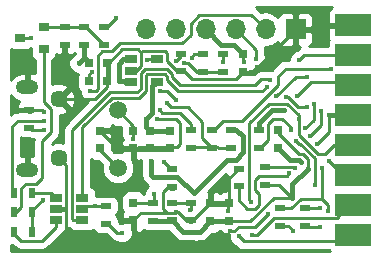
<source format=gbr>
G04 #@! TF.FileFunction,Copper,L2,Bot,Signal*
%FSLAX46Y46*%
G04 Gerber Fmt 4.6, Leading zero omitted, Abs format (unit mm)*
G04 Created by KiCad (PCBNEW 4.0.7) date 11/14/17 20:41:01*
%MOMM*%
%LPD*%
G01*
G04 APERTURE LIST*
%ADD10C,0.100000*%
%ADD11R,0.900000X0.500000*%
%ADD12C,1.450000*%
%ADD13O,1.900000X1.200000*%
%ADD14R,1.700000X1.700000*%
%ADD15O,1.700000X1.700000*%
%ADD16R,0.750000X0.800000*%
%ADD17R,1.060000X0.650000*%
%ADD18R,0.500000X0.900000*%
%ADD19R,0.900000X0.800000*%
%ADD20R,0.800000X0.750000*%
%ADD21C,1.500000*%
%ADD22C,0.453000*%
%ADD23C,0.450000*%
%ADD24C,0.400000*%
%ADD25C,0.250000*%
%ADD26C,0.254000*%
G04 APERTURE END LIST*
D10*
D11*
X133065000Y-112040000D03*
X133065000Y-113540000D03*
X140960000Y-113360000D03*
X140960000Y-111860000D03*
X138720000Y-111970000D03*
X138720000Y-113470000D03*
D12*
X123520200Y-106100000D03*
X123520200Y-111100000D03*
D13*
X120820200Y-105100000D03*
X120820200Y-112100000D03*
D10*
G36*
X149900000Y-98920000D02*
X149900000Y-100720000D01*
X146900000Y-100720000D01*
X146900000Y-98920000D01*
X149900000Y-98920000D01*
X149900000Y-98920000D01*
G37*
G36*
X149900000Y-101460000D02*
X149900000Y-103260000D01*
X146900000Y-103260000D01*
X146900000Y-101460000D01*
X149900000Y-101460000D01*
X149900000Y-101460000D01*
G37*
G36*
X149900000Y-104000000D02*
X149900000Y-105800000D01*
X146900000Y-105800000D01*
X146900000Y-104000000D01*
X149900000Y-104000000D01*
X149900000Y-104000000D01*
G37*
G36*
X149900000Y-106540000D02*
X149900000Y-108340000D01*
X146900000Y-108340000D01*
X146900000Y-106540000D01*
X149900000Y-106540000D01*
X149900000Y-106540000D01*
G37*
G36*
X149900000Y-109080000D02*
X149900000Y-110880000D01*
X146900000Y-110880000D01*
X146900000Y-109080000D01*
X149900000Y-109080000D01*
X149900000Y-109080000D01*
G37*
G36*
X149900000Y-111620000D02*
X149900000Y-113420000D01*
X146900000Y-113420000D01*
X146900000Y-111620000D01*
X149900000Y-111620000D01*
X149900000Y-111620000D01*
G37*
G36*
X149900000Y-114160000D02*
X149900000Y-115960000D01*
X146900000Y-115960000D01*
X146900000Y-114160000D01*
X149900000Y-114160000D01*
X149900000Y-114160000D01*
G37*
G36*
X149900000Y-116700000D02*
X149900000Y-118500000D01*
X146900000Y-118500000D01*
X146900000Y-116700000D01*
X149900000Y-116700000D01*
X149900000Y-116700000D01*
G37*
D14*
X143535400Y-100177600D03*
D15*
X140995400Y-100177600D03*
X138455400Y-100177600D03*
X135915400Y-100177600D03*
X133375400Y-100177600D03*
X130835400Y-100177600D03*
D11*
X135670000Y-103800000D03*
X135670000Y-102300000D03*
X134721600Y-110190000D03*
X134721600Y-108690000D03*
D16*
X136320000Y-114920000D03*
X136320000Y-116420000D03*
X142062200Y-110190000D03*
X142062200Y-108690000D03*
X139100000Y-103800000D03*
X139100000Y-102300000D03*
X132892800Y-110249400D03*
X132892800Y-108749400D03*
D11*
X127470000Y-116650000D03*
X127470000Y-115150000D03*
X144380912Y-115296150D03*
X144380912Y-116796150D03*
X142223600Y-116827000D03*
X142223600Y-115327000D03*
D17*
X123270000Y-116320000D03*
X123270000Y-115370000D03*
X123270000Y-114420000D03*
X125470000Y-114420000D03*
X125470000Y-116320000D03*
X125470000Y-115370000D03*
D11*
X137390000Y-102300000D03*
X137390000Y-103800000D03*
X136448800Y-108690000D03*
X136448800Y-110190000D03*
X138099800Y-110190000D03*
X138099800Y-108690000D03*
X140430000Y-108690000D03*
X140430000Y-110190000D03*
X127336200Y-99963400D03*
X127336200Y-101463400D03*
X133870000Y-102230000D03*
X133870000Y-103730000D03*
X123983400Y-101463400D03*
X123983400Y-99963400D03*
X125659800Y-99963400D03*
X125659800Y-101463400D03*
X121005600Y-107008800D03*
X121005600Y-108508800D03*
D18*
X119740600Y-115649200D03*
X121240600Y-115649200D03*
X121216600Y-114023600D03*
X119716600Y-114023600D03*
X119740600Y-117325600D03*
X121240600Y-117325600D03*
D11*
X133065000Y-114860400D03*
X133065000Y-116360400D03*
X134665200Y-114860400D03*
X134665200Y-116360400D03*
X131490200Y-114885800D03*
X131490200Y-116385800D03*
D19*
X122200000Y-99950000D03*
X122200000Y-101850000D03*
X120200000Y-100900000D03*
D16*
X131190000Y-110260000D03*
X131190000Y-108760000D03*
D20*
X127592600Y-102987600D03*
X126092600Y-102987600D03*
D16*
X129810000Y-108750000D03*
X129810000Y-110250000D03*
X126950000Y-110260000D03*
X126950000Y-108760000D03*
X129813800Y-116360400D03*
X129813800Y-114860400D03*
X137940000Y-114920000D03*
X137940000Y-116420000D03*
D21*
X128498600Y-111912400D03*
X128498600Y-107032400D03*
D20*
X127592600Y-104587800D03*
X126092600Y-104587800D03*
D17*
X129580000Y-104630000D03*
X129580000Y-103680000D03*
X129580000Y-102730000D03*
X131780000Y-102730000D03*
X131780000Y-104630000D03*
D22*
X131290000Y-111320000D03*
X144605679Y-111968491D03*
D23*
X145363428Y-109866556D03*
X143258924Y-114443176D03*
X146370000Y-107430000D03*
D22*
X139166600Y-102973463D03*
X121100000Y-100900000D03*
X135077200Y-117297200D03*
X130860800Y-107797600D03*
X126517400Y-115163600D03*
X134899400Y-114046000D03*
X128574800Y-104571800D03*
X125170000Y-103060000D03*
D23*
X143290000Y-117220000D03*
D22*
X145567400Y-115316000D03*
X122140000Y-114610000D03*
D23*
X144515474Y-106738838D03*
D22*
X142748000Y-105867200D03*
D23*
X145687089Y-107132622D03*
D22*
X143564544Y-109625456D03*
X144739500Y-109193326D03*
X143870000Y-102740000D03*
X145190000Y-113360000D03*
X146340000Y-111350000D03*
D23*
X139825238Y-117579991D03*
X138730000Y-117699991D03*
X145125067Y-106513204D03*
D22*
X144538745Y-104188039D03*
X145580000Y-116920000D03*
X146260000Y-115570000D03*
X145750000Y-111890000D03*
X144380002Y-108570000D03*
D23*
X141878669Y-105861469D03*
D22*
X141401731Y-104474250D03*
X141086874Y-105059212D03*
X128300000Y-99200000D03*
X143120000Y-108700000D03*
D23*
X132673969Y-106424991D03*
X134086600Y-103054981D03*
X132043964Y-107022340D03*
X134747000Y-102607209D03*
X134611209Y-115491203D03*
D22*
X146499053Y-103514621D03*
X137414000Y-102971600D03*
X140206389Y-102701509D03*
D23*
X139807856Y-114789995D03*
D22*
X143810000Y-107740000D03*
X143675000Y-105800000D03*
D23*
X142594249Y-107014533D03*
X126110000Y-105387811D03*
D22*
X131590000Y-114110000D03*
X124140000Y-117580000D03*
X138020000Y-117290000D03*
X141210000Y-115830002D03*
X137790000Y-115593499D03*
X143988012Y-111400000D03*
X140248975Y-103359202D03*
X131826000Y-107772200D03*
D23*
X133451600Y-115685389D03*
X122264001Y-107175633D03*
X129760000Y-109424989D03*
X126267591Y-103792480D03*
X130985009Y-102812552D03*
X122238065Y-107979401D03*
D22*
X122200000Y-108700000D03*
D23*
X133409607Y-106152400D03*
D22*
X132062414Y-105407999D03*
X133451600Y-102844600D03*
X128879600Y-117424200D03*
X143020099Y-112350008D03*
X143500000Y-111890000D03*
X132390000Y-111450000D03*
D24*
X131290000Y-112520001D02*
X131290000Y-111320000D01*
X131459999Y-112690000D02*
X131290000Y-112520001D01*
X133543400Y-112690000D02*
X131459999Y-112690000D01*
X134899400Y-114046000D02*
X133543400Y-112690000D01*
D25*
X139703778Y-116420000D02*
X137940000Y-116420000D01*
X143258924Y-114443176D02*
X141680602Y-114443176D01*
X141680602Y-114443176D02*
X139703778Y-116420000D01*
X140960000Y-113360000D02*
X142175748Y-113360000D01*
X142175748Y-113360000D02*
X143258924Y-114443176D01*
X144184711Y-110738490D02*
X144605679Y-111159458D01*
D24*
X143258924Y-114443176D02*
X143258924Y-113315246D01*
X143258924Y-113315246D02*
X144605679Y-111968491D01*
D25*
X143848187Y-110738490D02*
X144184711Y-110738490D01*
X142062200Y-108750000D02*
X142062200Y-108952503D01*
X142062200Y-108952503D02*
X143848187Y-110738490D01*
X144605679Y-111159458D02*
X144605679Y-111968491D01*
X146370000Y-108859984D02*
X145363428Y-109866556D01*
X146370000Y-107430000D02*
X146370000Y-108859984D01*
D24*
X146380000Y-107440000D02*
X146370000Y-107430000D01*
X148400000Y-107440000D02*
X146380000Y-107440000D01*
X138535200Y-108685200D02*
X139100000Y-109250000D01*
X138099800Y-108685200D02*
X138535200Y-108685200D01*
X137745400Y-111200000D02*
X134899400Y-114046000D01*
X139100000Y-109250000D02*
X139100000Y-110605001D01*
X139100000Y-110605001D02*
X138505001Y-111200000D01*
X138505001Y-111200000D02*
X137745400Y-111200000D01*
X131410020Y-107248380D02*
X130860800Y-107797600D01*
X131410020Y-104999980D02*
X131410020Y-107248380D01*
X131780000Y-104630000D02*
X131410020Y-104999980D01*
X136320000Y-116420000D02*
X137940000Y-116420000D01*
X135077200Y-117297200D02*
X135442800Y-117297200D01*
X135442800Y-117297200D02*
X136320000Y-116420000D01*
X133065000Y-116360400D02*
X134001800Y-117297200D01*
X134001800Y-117297200D02*
X135077200Y-117297200D01*
X131490200Y-116385800D02*
X133039600Y-116385800D01*
X133039600Y-116385800D02*
X133065000Y-116360400D01*
X139100000Y-102300000D02*
X139100000Y-102275000D01*
X137237800Y-101500000D02*
X135915400Y-100177600D01*
X139100000Y-102275000D02*
X138325000Y-101500000D01*
X138325000Y-101500000D02*
X137237800Y-101500000D01*
X131190000Y-108760000D02*
X132882200Y-108760000D01*
X132882200Y-108760000D02*
X132892800Y-108749400D01*
X130860800Y-107797600D02*
X130860800Y-108430800D01*
X130860800Y-108430800D02*
X131190000Y-108760000D01*
D25*
X139100000Y-102300000D02*
X139100000Y-102950000D01*
X139100000Y-102950000D02*
X139123463Y-102973463D01*
X139123463Y-102973463D02*
X139166600Y-102973463D01*
X121100000Y-100900000D02*
X120200000Y-100900000D01*
X126517400Y-115163600D02*
X125676400Y-115163600D01*
X125676400Y-115163600D02*
X125470000Y-115370000D01*
X127470000Y-115150000D02*
X126531000Y-115150000D01*
X126531000Y-115150000D02*
X126517400Y-115163600D01*
D24*
X125170000Y-103060000D02*
X125659800Y-102570200D01*
X125659800Y-102570200D02*
X125659800Y-102554800D01*
X125659800Y-101463400D02*
X125659800Y-102554800D01*
X125659800Y-102554800D02*
X126092600Y-102987600D01*
X128574800Y-104571800D02*
X128574800Y-103110199D01*
X128954999Y-102730000D02*
X129580000Y-102730000D01*
X128574800Y-103110199D02*
X128954999Y-102730000D01*
X128574800Y-104571800D02*
X129521800Y-104571800D01*
X129521800Y-104571800D02*
X129580000Y-104630000D01*
X129580000Y-104630000D02*
X129268000Y-104630000D01*
X129268000Y-104630000D02*
X129260600Y-104622600D01*
X129260600Y-104622600D02*
X129082800Y-104622600D01*
D25*
X143290000Y-117193400D02*
X143290000Y-117220000D01*
X142923600Y-116827000D02*
X143290000Y-117193400D01*
X142223600Y-116827000D02*
X142923600Y-116827000D01*
X144400762Y-115316000D02*
X144380912Y-115296150D01*
X145567400Y-115316000D02*
X144400762Y-115316000D01*
X144327112Y-115242350D02*
X144380912Y-115296150D01*
X121240600Y-115649200D02*
X121240600Y-115509400D01*
X121240600Y-115509400D02*
X122140000Y-114610000D01*
X121240600Y-115649200D02*
X121240600Y-117325600D01*
X143761684Y-106738838D02*
X144515474Y-106738838D01*
X142748000Y-105867200D02*
X142890046Y-105867200D01*
X142890046Y-105867200D02*
X143761684Y-106738838D01*
X145687089Y-108245737D02*
X145687089Y-107132622D01*
X144739500Y-109193326D02*
X145687089Y-108245737D01*
X143934586Y-109851955D02*
X143791043Y-109851955D01*
X145190000Y-113360000D02*
X145190000Y-111107369D01*
X143791043Y-109851955D02*
X143564544Y-109625456D01*
X145190000Y-111107369D02*
X143934586Y-109851955D01*
X144250000Y-102360000D02*
X143870000Y-102740000D01*
X148400000Y-102360000D02*
X144250000Y-102360000D01*
X148348700Y-102124601D02*
X148190723Y-102124601D01*
X148337800Y-102297800D02*
X148400000Y-102360000D01*
X147285000Y-112295000D02*
X146340000Y-111350000D01*
X148350000Y-112295000D02*
X147285000Y-112295000D01*
X141715614Y-116175000D02*
X140310623Y-117579991D01*
X140310623Y-117579991D02*
X139825238Y-117579991D01*
X147010000Y-116175000D02*
X141715614Y-116175000D01*
X148350000Y-114835000D02*
X147010000Y-116175000D01*
X147595000Y-118130000D02*
X139160009Y-118130000D01*
X139160009Y-118130000D02*
X138730000Y-117699991D01*
X148350000Y-117375000D02*
X147595000Y-118130000D01*
X122200000Y-99950000D02*
X123970000Y-99950000D01*
X123970000Y-99950000D02*
X123983400Y-99963400D01*
X123983400Y-99963400D02*
X125659800Y-99963400D01*
X125659800Y-99963400D02*
X125836200Y-99963400D01*
X125836200Y-99963400D02*
X127336200Y-101463400D01*
X122200000Y-101850000D02*
X122200000Y-106333801D01*
X122200000Y-106333801D02*
X122825600Y-106959401D01*
X122825600Y-106959401D02*
X122825600Y-108888401D01*
X122095209Y-109618792D02*
X122095209Y-112754791D01*
X121601400Y-113248600D02*
X120706599Y-113248600D01*
X122825600Y-108888401D02*
X122095209Y-109618792D01*
X122095209Y-112754791D02*
X121601400Y-113248600D01*
X120325000Y-113630199D02*
X120325000Y-115225000D01*
X120706599Y-113248600D02*
X120325000Y-113630199D01*
X120325000Y-115225000D02*
X119900800Y-115649200D01*
X119900800Y-115649200D02*
X119740600Y-115649200D01*
X145125067Y-107824935D02*
X145125067Y-106513204D01*
X144380002Y-108570000D02*
X145125067Y-107824935D01*
X143552099Y-104188039D02*
X144538745Y-104188039D01*
X141878669Y-105861469D02*
X143552099Y-104188039D01*
X143165613Y-115327000D02*
X143972613Y-114520000D01*
X143972613Y-114520000D02*
X145750000Y-114520000D01*
X145580000Y-116920000D02*
X144504762Y-116920000D01*
X144504762Y-116920000D02*
X144380912Y-116796150D01*
X145750000Y-114520000D02*
X146260000Y-115030000D01*
X146260000Y-115030000D02*
X146260000Y-115570000D01*
X145750000Y-111890000D02*
X145750000Y-114520000D01*
X142223600Y-115327000D02*
X143165613Y-115327000D01*
X142233600Y-115337000D02*
X142223600Y-115327000D01*
X125470000Y-116320000D02*
X124690000Y-116320000D01*
X127805831Y-105507390D02*
X130133002Y-105507390D01*
X133095000Y-104240001D02*
X133756999Y-104902000D01*
X140131800Y-104902000D02*
X140611116Y-104422684D01*
X141350165Y-104422684D02*
X141401731Y-104474250D01*
X124690000Y-116320000D02*
X124615000Y-116245000D01*
X130435001Y-103898588D02*
X130803599Y-103529990D01*
X124615000Y-116245000D02*
X124615000Y-108698221D01*
X124615000Y-108698221D02*
X127805831Y-105507390D01*
X130133002Y-105507390D02*
X130435000Y-105205392D01*
X130435000Y-105205392D02*
X130435001Y-103898588D01*
X130803599Y-103529990D02*
X132635779Y-103529991D01*
X132635779Y-103529991D02*
X133095000Y-103989211D01*
X133095000Y-103989211D02*
X133095000Y-104240001D01*
X133756999Y-104902000D02*
X140131800Y-104902000D01*
X140611116Y-104422684D02*
X141350165Y-104422684D01*
X125470000Y-114420000D02*
X125470000Y-108479631D01*
X125470000Y-108479631D02*
X127992231Y-105957400D01*
X130319403Y-105957399D02*
X130885010Y-105391792D01*
X132449378Y-103980000D02*
X132644990Y-104175612D01*
X133628589Y-105410000D02*
X140736086Y-105410000D01*
X127992231Y-105957400D02*
X130319403Y-105957399D01*
X130885010Y-105391792D02*
X130885010Y-104084989D01*
X130885010Y-104084989D02*
X130989999Y-103980000D01*
X130989999Y-103980000D02*
X132449378Y-103980000D01*
X132644990Y-104175612D02*
X132644991Y-104426402D01*
X132644991Y-104426402D02*
X133628589Y-105410000D01*
X140736086Y-105410000D02*
X141086874Y-105059212D01*
X128299600Y-99200000D02*
X128300000Y-99200000D01*
X127536200Y-99963400D02*
X128299600Y-99200000D01*
X127336200Y-99963400D02*
X127536200Y-99963400D01*
X142422201Y-107750000D02*
X143120000Y-108447799D01*
X141636720Y-107750000D02*
X142422201Y-107750000D01*
X143120000Y-108447799D02*
X143120000Y-108700000D01*
X141230000Y-108156720D02*
X141636720Y-107750000D01*
X140436600Y-110147800D02*
X140636600Y-110147800D01*
X141230000Y-109554400D02*
X141230000Y-108156720D01*
X140636600Y-110147800D02*
X141230000Y-109554400D01*
X136989400Y-110180400D02*
X136400400Y-110180400D01*
X136400400Y-110180400D02*
X135620000Y-109400000D01*
X135620000Y-109400000D02*
X135620000Y-107992810D01*
X135620000Y-107992810D02*
X134402200Y-106775010D01*
X134402200Y-106775010D02*
X133023988Y-106775010D01*
X133023988Y-106775010D02*
X132673969Y-106424991D01*
X136989400Y-110180400D02*
X136994200Y-110185200D01*
X136994200Y-110185200D02*
X138099800Y-110185200D01*
X136989400Y-110180400D02*
X134726400Y-110180400D01*
X134726400Y-110180400D02*
X134721600Y-110185200D01*
X135670000Y-103800000D02*
X135169000Y-103800000D01*
X135169000Y-103800000D02*
X134423981Y-103054981D01*
X134423981Y-103054981D02*
X134086600Y-103054981D01*
X135670000Y-103800000D02*
X137390000Y-103800000D01*
X134721600Y-108185200D02*
X134721600Y-108685200D01*
X132268963Y-107247339D02*
X133783739Y-107247339D01*
X133783739Y-107247339D02*
X134721600Y-108185200D01*
X132043964Y-107022340D02*
X132268963Y-107247339D01*
X134970000Y-102300000D02*
X134747000Y-102523000D01*
X135670000Y-102300000D02*
X134970000Y-102300000D01*
X134747000Y-102523000D02*
X134747000Y-102607209D01*
X134665200Y-115437212D02*
X134611209Y-115491203D01*
X134665200Y-114860400D02*
X134665200Y-115437212D01*
X133065000Y-114860400D02*
X134665200Y-114860400D01*
X146499053Y-103514621D02*
X142695379Y-103514621D01*
X139030800Y-107899200D02*
X137434800Y-107899200D01*
X142695379Y-103514621D02*
X142080000Y-104130000D01*
X142080000Y-104130000D02*
X142080000Y-104850000D01*
X142080000Y-104850000D02*
X139030800Y-107899200D01*
X137434800Y-107899200D02*
X136648800Y-108685200D01*
X136648800Y-108685200D02*
X136448800Y-108685200D01*
X137390000Y-102947600D02*
X137414000Y-102971600D01*
X137390000Y-102300000D02*
X137390000Y-102947600D01*
X140206389Y-101928589D02*
X140206389Y-102701509D01*
X138455400Y-100177600D02*
X140206389Y-101928589D01*
X143810000Y-109090959D02*
X143810000Y-107740000D01*
X148400000Y-109980000D02*
X146800000Y-109980000D01*
X146017522Y-110762478D02*
X145481519Y-110762478D01*
X146800000Y-109980000D02*
X146017522Y-110762478D01*
X145481519Y-110762478D02*
X143810000Y-109090959D01*
X143810000Y-107740000D02*
X143820000Y-107730000D01*
X139640000Y-108135048D02*
X139640000Y-114640000D01*
X143820000Y-107730000D02*
X143820000Y-107439681D01*
X143820000Y-107439681D02*
X142841648Y-106461329D01*
X139789995Y-114789995D02*
X139807856Y-114789995D01*
X142841648Y-106461329D02*
X141313719Y-106461329D01*
X141313719Y-106461329D02*
X139640000Y-108135048D01*
X139640000Y-114640000D02*
X139789995Y-114789995D01*
X148348700Y-104664601D02*
X148334099Y-104650000D01*
X148334099Y-104650000D02*
X144840000Y-104650000D01*
X144840000Y-104650000D02*
X143690000Y-105800000D01*
X143690000Y-105800000D02*
X143675000Y-105800000D01*
D24*
X140436600Y-108647800D02*
X140436600Y-108080924D01*
X140436600Y-108080924D02*
X141502991Y-107014533D01*
X141502991Y-107014533D02*
X142594249Y-107014533D01*
D25*
X126110000Y-105387811D02*
X126652590Y-105387811D01*
X133939401Y-101352600D02*
X134645400Y-100646601D01*
X135414000Y-99002600D02*
X135432800Y-98983800D01*
X126652590Y-105387811D02*
X126817600Y-105222801D01*
X135351399Y-99002600D02*
X135414000Y-99002600D01*
X126817600Y-105222801D02*
X126817600Y-102402599D01*
X135432800Y-98983800D02*
X139801600Y-98983800D01*
X126817600Y-102402599D02*
X127181799Y-102038400D01*
X139801600Y-98983800D02*
X140995400Y-100177600D01*
X127181799Y-102038400D02*
X127958600Y-102038400D01*
X134645400Y-100646601D02*
X134645400Y-99708599D01*
X127958600Y-102038400D02*
X128644400Y-101352600D01*
X128644400Y-101352600D02*
X133939401Y-101352600D01*
X134645400Y-99708599D02*
X135351399Y-99002600D01*
X131590000Y-114110000D02*
X131590000Y-114786000D01*
X131590000Y-114786000D02*
X131490200Y-114885800D01*
X129813800Y-114860400D02*
X131464800Y-114860400D01*
X131464800Y-114860400D02*
X131490200Y-114885800D01*
X124140000Y-115460000D02*
X124140000Y-117580000D01*
X124050000Y-115370000D02*
X124140000Y-115460000D01*
X141210000Y-115830002D02*
X140120002Y-116920000D01*
X140120002Y-116920000D02*
X138710319Y-116920000D01*
X138710319Y-116920000D02*
X138340319Y-117290000D01*
X138340319Y-117290000D02*
X138020000Y-117290000D01*
X140248975Y-103359202D02*
X140360798Y-103359202D01*
X143510000Y-100210000D02*
X143510000Y-100152200D01*
X140360798Y-103359202D02*
X143510000Y-100210000D01*
X143510000Y-100152200D02*
X143535400Y-100177600D01*
X132280000Y-115360401D02*
X132280000Y-113970000D01*
X132280000Y-113970000D02*
X132710000Y-113540000D01*
X132710000Y-113540000D02*
X133065000Y-113540000D01*
X132730000Y-113540000D02*
X133065000Y-113540000D01*
X132920000Y-113540000D02*
X132720000Y-113540000D01*
X132629999Y-115710400D02*
X133220000Y-115710400D01*
X132280000Y-115360401D02*
X132629999Y-115710400D01*
X130438800Y-115710400D02*
X133220000Y-115710400D01*
X133220000Y-115710400D02*
X133426589Y-115710400D01*
X137790000Y-115593499D02*
X137790000Y-115070000D01*
X137790000Y-115070000D02*
X137940000Y-114920000D01*
X138720000Y-111970000D02*
X138720000Y-111990000D01*
X138720000Y-111990000D02*
X137940000Y-112770000D01*
X137940000Y-112770000D02*
X137940000Y-114920000D01*
D24*
X142062200Y-110250000D02*
X143075700Y-111263500D01*
X143075700Y-111263500D02*
X143851512Y-111263500D01*
X143851512Y-111263500D02*
X143988012Y-111400000D01*
D25*
X122264001Y-107175633D02*
X122113368Y-107025000D01*
X122113368Y-107025000D02*
X121021800Y-107025000D01*
X121021800Y-107025000D02*
X121005600Y-107008800D01*
X124050000Y-115370000D02*
X124125000Y-115295000D01*
X124125000Y-115295000D02*
X124125000Y-111675000D01*
X124125000Y-111675000D02*
X123550000Y-111100000D01*
X123550000Y-111100000D02*
X123520200Y-111100000D01*
D24*
X123270000Y-115370000D02*
X124050000Y-115370000D01*
D25*
X139100000Y-103800000D02*
X139825000Y-103800000D01*
X139825000Y-103800000D02*
X140250000Y-103375000D01*
X140250000Y-103375000D02*
X140248975Y-103373975D01*
X140248975Y-103373975D02*
X140248975Y-103359202D01*
D24*
X148224200Y-99644200D02*
X148400000Y-99820000D01*
D25*
X133870000Y-103730000D02*
X134057600Y-103730000D01*
X134057600Y-103730000D02*
X134747000Y-104419400D01*
X134747000Y-104419400D02*
X138480800Y-104419400D01*
X138480800Y-104419400D02*
X139100000Y-103800200D01*
X139100000Y-103800200D02*
X139100000Y-103800000D01*
X123520200Y-106100000D02*
X123524400Y-106095800D01*
X123524400Y-106095800D02*
X126581011Y-106095800D01*
X126581011Y-106095800D02*
X127592600Y-105084211D01*
X127592600Y-105084211D02*
X127592600Y-104587800D01*
X130435000Y-102144999D02*
X130548199Y-102031800D01*
X131190000Y-110260000D02*
X131269600Y-110180400D01*
X133731000Y-109908600D02*
X133731000Y-108077000D01*
X131269600Y-110180400D02*
X133484200Y-110180400D01*
X133484200Y-110180400D02*
X133484200Y-110155400D01*
X133426200Y-107772200D02*
X131826000Y-107772200D01*
X133484200Y-110155400D02*
X133731000Y-109908600D01*
X133731000Y-108077000D02*
X133426200Y-107772200D01*
X130017179Y-103680000D02*
X130435000Y-103262179D01*
X130435000Y-103262179D02*
X130435000Y-102144999D01*
X129580000Y-103680000D02*
X130017179Y-103680000D01*
X133472198Y-103730000D02*
X132635000Y-102892802D01*
X132635000Y-102144999D02*
X132521801Y-102031800D01*
X132635000Y-102892802D02*
X132635000Y-102144999D01*
X132521801Y-102031800D02*
X130548199Y-102031800D01*
X133870000Y-103730000D02*
X133472198Y-103730000D01*
X134665200Y-116360400D02*
X134292800Y-116360400D01*
X134292800Y-116360400D02*
X133617789Y-115685389D01*
X133617789Y-115685389D02*
X133451600Y-115685389D01*
X129813800Y-116335400D02*
X130438800Y-115710400D01*
X129813800Y-116360400D02*
X129813800Y-116335400D01*
X133426589Y-115710400D02*
X133451600Y-115685389D01*
X148300800Y-99644200D02*
X148350000Y-99595000D01*
X127733411Y-102987600D02*
X127592600Y-102987600D01*
X128841611Y-101879400D02*
X127733411Y-102987600D01*
X130435000Y-102144999D02*
X130169401Y-101879400D01*
X130169401Y-101879400D02*
X128841611Y-101879400D01*
X127592600Y-102987600D02*
X127592600Y-104587800D01*
X129810000Y-110250000D02*
X128415000Y-110250000D01*
X128415000Y-110250000D02*
X126950000Y-108785000D01*
X126950000Y-108785000D02*
X126950000Y-108760000D01*
X131190000Y-110260000D02*
X129820000Y-110260000D01*
X129820000Y-110260000D02*
X129810000Y-110250000D01*
X136320000Y-114920000D02*
X137940000Y-114920000D01*
X134665200Y-116360400D02*
X134879600Y-116360400D01*
X134879600Y-116360400D02*
X136320000Y-114920000D01*
X126950000Y-110260000D02*
X126950000Y-110363800D01*
X126950000Y-110363800D02*
X128498600Y-111912400D01*
X129810000Y-108750000D02*
X129810000Y-108343800D01*
X129810000Y-108343800D02*
X128498600Y-107032400D01*
X129760000Y-109424989D02*
X129760000Y-108800000D01*
X129760000Y-108800000D02*
X129810000Y-108750000D01*
X126262920Y-103792480D02*
X126267591Y-103792480D01*
X126092600Y-104587800D02*
X126092600Y-103962800D01*
X126092600Y-103962800D02*
X126262920Y-103792480D01*
X130985009Y-102744991D02*
X130985009Y-102812552D01*
X131780000Y-102730000D02*
X131000000Y-102730000D01*
X131000000Y-102730000D02*
X130985009Y-102744991D01*
X119716600Y-114023600D02*
X119716600Y-113823600D01*
X119716600Y-113823600D02*
X119510000Y-113617000D01*
X119510000Y-108400000D02*
X120010000Y-107900000D01*
X119510000Y-113617000D02*
X119510000Y-108400000D01*
X120010000Y-107900000D02*
X122158664Y-107900000D01*
X122158664Y-107900000D02*
X122238065Y-107979401D01*
X122200000Y-108700000D02*
X121196800Y-108700000D01*
X121196800Y-108700000D02*
X121005600Y-108508800D01*
X119740600Y-117325600D02*
X119740600Y-117525600D01*
X119740600Y-117525600D02*
X120315600Y-118100600D01*
X120315600Y-118100600D02*
X122064400Y-118100600D01*
X122064400Y-118100600D02*
X123270000Y-116895000D01*
X123270000Y-116895000D02*
X123270000Y-116320000D01*
X121216600Y-114023600D02*
X122873600Y-114023600D01*
X122873600Y-114023600D02*
X123270000Y-114420000D01*
X132665206Y-105407999D02*
X133409607Y-106152400D01*
X132062414Y-105407999D02*
X132665206Y-105407999D01*
X133870000Y-102426200D02*
X133451600Y-102844600D01*
X133870000Y-102230000D02*
X133870000Y-102426200D01*
X128444200Y-117424200D02*
X128879600Y-117424200D01*
X127670000Y-116650000D02*
X128444200Y-117424200D01*
X127470000Y-116650000D02*
X127670000Y-116650000D01*
X139420401Y-115349990D02*
X138720000Y-114649589D01*
X140448878Y-114088878D02*
X140448878Y-115038490D01*
X140137378Y-115349990D02*
X139420401Y-115349990D01*
X140448878Y-115038490D02*
X140137378Y-115349990D01*
X138720000Y-114649589D02*
X138720000Y-113470000D01*
X140458492Y-112576507D02*
X140130000Y-112904999D01*
X142793600Y-112576507D02*
X140458492Y-112576507D01*
X140130000Y-113770000D02*
X140448878Y-114088878D01*
X143020099Y-112350008D02*
X142793600Y-112576507D01*
X140130000Y-112904999D02*
X140130000Y-113770000D01*
X141721500Y-111798500D02*
X143408500Y-111798500D01*
X141660000Y-111860000D02*
X141721500Y-111798500D01*
X140960000Y-111860000D02*
X141660000Y-111860000D01*
X143408500Y-111798500D02*
X143500000Y-111890000D01*
X133065000Y-112040000D02*
X132980000Y-112040000D01*
X132980000Y-112040000D02*
X132390000Y-111450000D01*
X132920000Y-112040000D02*
X132920000Y-111980000D01*
X132920000Y-111980000D02*
X132390000Y-111450000D01*
D26*
G36*
X128221898Y-108417159D02*
X128772885Y-108417640D01*
X128787560Y-108411576D01*
X128787560Y-109150000D01*
X128831838Y-109385317D01*
X128898329Y-109488646D01*
X128896673Y-109490302D01*
X128800000Y-109723691D01*
X128800000Y-109964250D01*
X128958750Y-110123000D01*
X129241631Y-110123000D01*
X129272213Y-110153636D01*
X129588185Y-110284839D01*
X129930314Y-110285138D01*
X130246514Y-110154486D01*
X130278055Y-110123000D01*
X130328750Y-110123000D01*
X130338750Y-110133000D01*
X131063000Y-110133000D01*
X131063000Y-110113000D01*
X131317000Y-110113000D01*
X131317000Y-110133000D01*
X132041250Y-110133000D01*
X132051850Y-110122400D01*
X132765800Y-110122400D01*
X132765800Y-110102400D01*
X133019800Y-110102400D01*
X133019800Y-110122400D01*
X133039800Y-110122400D01*
X133039800Y-110376400D01*
X133019800Y-110376400D01*
X133019800Y-110396400D01*
X132765800Y-110396400D01*
X132765800Y-110376400D01*
X132041550Y-110376400D01*
X132030950Y-110387000D01*
X131317000Y-110387000D01*
X131317000Y-110407000D01*
X131063000Y-110407000D01*
X131063000Y-110387000D01*
X130671250Y-110387000D01*
X130661250Y-110377000D01*
X129937000Y-110377000D01*
X129937000Y-111126250D01*
X130095750Y-111285000D01*
X130311310Y-111285000D01*
X130428573Y-111236428D01*
X130428351Y-111490611D01*
X130455000Y-111555107D01*
X130455000Y-112520001D01*
X130518561Y-112839542D01*
X130668272Y-113063600D01*
X130699566Y-113110435D01*
X130869565Y-113280434D01*
X131068470Y-113413338D01*
X130860082Y-113621362D01*
X130728650Y-113937885D01*
X130728524Y-114081773D01*
X130708172Y-114094870D01*
X130652890Y-114008959D01*
X130440690Y-113863969D01*
X130188800Y-113812960D01*
X129438800Y-113812960D01*
X129203483Y-113857238D01*
X128987359Y-113996310D01*
X128842369Y-114208510D01*
X128791360Y-114460400D01*
X128791360Y-115260400D01*
X128835638Y-115495717D01*
X128902129Y-115599046D01*
X128900473Y-115600702D01*
X128803800Y-115834091D01*
X128803800Y-116074650D01*
X128962550Y-116233400D01*
X129686800Y-116233400D01*
X129686800Y-116213400D01*
X129940800Y-116213400D01*
X129940800Y-116233400D01*
X129960800Y-116233400D01*
X129960800Y-116487400D01*
X129940800Y-116487400D01*
X129940800Y-117236650D01*
X130099550Y-117395400D01*
X130315110Y-117395400D01*
X130548499Y-117298727D01*
X130685346Y-117161879D01*
X130788310Y-117232231D01*
X131040200Y-117283240D01*
X131940200Y-117283240D01*
X132175517Y-117238962D01*
X132203742Y-117220800D01*
X132432091Y-117220800D01*
X132615000Y-117257840D01*
X132781572Y-117257840D01*
X133411366Y-117887634D01*
X133682259Y-118068639D01*
X134001800Y-118132200D01*
X134841627Y-118132200D01*
X134905085Y-118158550D01*
X135247811Y-118158849D01*
X135312307Y-118132200D01*
X135442800Y-118132200D01*
X135762341Y-118068639D01*
X136033234Y-117887634D01*
X136453428Y-117467440D01*
X136695000Y-117467440D01*
X136930317Y-117423162D01*
X137132527Y-117293044D01*
X137313110Y-117416431D01*
X137565000Y-117467440D01*
X137895370Y-117467440D01*
X137870150Y-117528176D01*
X137869851Y-117870305D01*
X138000503Y-118186505D01*
X138242213Y-118428638D01*
X138484417Y-118529210D01*
X138622608Y-118667401D01*
X138869170Y-118832148D01*
X139160009Y-118890000D01*
X146396374Y-118890000D01*
X146435910Y-118951441D01*
X146467463Y-118973000D01*
X119410000Y-118973000D01*
X119410000Y-118406718D01*
X119490600Y-118423040D01*
X119563238Y-118423040D01*
X119778199Y-118638001D01*
X120024761Y-118802748D01*
X120315600Y-118860600D01*
X122064400Y-118860600D01*
X122355239Y-118802748D01*
X122601801Y-118638001D01*
X123807401Y-117432401D01*
X123915433Y-117270720D01*
X124035317Y-117248162D01*
X124251441Y-117109090D01*
X124338528Y-116981634D01*
X124399161Y-117022148D01*
X124432352Y-117028750D01*
X124475910Y-117096441D01*
X124688110Y-117241431D01*
X124940000Y-117292440D01*
X126000000Y-117292440D01*
X126235317Y-117248162D01*
X126416173Y-117131784D01*
X126416838Y-117135317D01*
X126555910Y-117351441D01*
X126768110Y-117496431D01*
X127020000Y-117547440D01*
X127492638Y-117547440D01*
X127906799Y-117961601D01*
X128153361Y-118126348D01*
X128444200Y-118184200D01*
X128463407Y-118184200D01*
X128707485Y-118285550D01*
X129050211Y-118285849D01*
X129366963Y-118154970D01*
X129609518Y-117912838D01*
X129740950Y-117596315D01*
X129741249Y-117253589D01*
X129686800Y-117121812D01*
X129686800Y-116487400D01*
X128962550Y-116487400D01*
X128887243Y-116562707D01*
X128708989Y-116562551D01*
X128672450Y-116577648D01*
X128567440Y-116472638D01*
X128567440Y-116400000D01*
X128523162Y-116164683D01*
X128384090Y-115948559D01*
X128314289Y-115900866D01*
X128371441Y-115864090D01*
X128516431Y-115651890D01*
X128567440Y-115400000D01*
X128567440Y-114900000D01*
X128523162Y-114664683D01*
X128384090Y-114448559D01*
X128171890Y-114303569D01*
X127920000Y-114252560D01*
X127020000Y-114252560D01*
X126784683Y-114296838D01*
X126742246Y-114324146D01*
X126689515Y-114302250D01*
X126647440Y-114302213D01*
X126647440Y-114095000D01*
X126603162Y-113859683D01*
X126464090Y-113643559D01*
X126251890Y-113498569D01*
X126230000Y-113494136D01*
X126230000Y-111192812D01*
X126323110Y-111256431D01*
X126575000Y-111307440D01*
X126818838Y-111307440D01*
X127123598Y-111612200D01*
X127113841Y-111635698D01*
X127113360Y-112186685D01*
X127323769Y-112695915D01*
X127713036Y-113085861D01*
X128221898Y-113297159D01*
X128772885Y-113297640D01*
X129282115Y-113087231D01*
X129672061Y-112697964D01*
X129883359Y-112189102D01*
X129883840Y-111638115D01*
X129675458Y-111133792D01*
X129683000Y-111126250D01*
X129683000Y-110377000D01*
X128958750Y-110377000D01*
X128800000Y-110535750D01*
X128800000Y-110537897D01*
X128775302Y-110527641D01*
X128224315Y-110527160D01*
X128198732Y-110537730D01*
X127972440Y-110311438D01*
X127972440Y-109860000D01*
X127928162Y-109624683D01*
X127861671Y-109521354D01*
X127863327Y-109519698D01*
X127960000Y-109286309D01*
X127960000Y-109045750D01*
X127801250Y-108887000D01*
X127077000Y-108887000D01*
X127077000Y-108907000D01*
X126823000Y-108907000D01*
X126823000Y-108887000D01*
X126803000Y-108887000D01*
X126803000Y-108633000D01*
X126823000Y-108633000D01*
X126823000Y-108613000D01*
X127077000Y-108613000D01*
X127077000Y-108633000D01*
X127801250Y-108633000D01*
X127960000Y-108474250D01*
X127960000Y-108308409D01*
X128221898Y-108417159D01*
X128221898Y-108417159D01*
G37*
X128221898Y-108417159D02*
X128772885Y-108417640D01*
X128787560Y-108411576D01*
X128787560Y-109150000D01*
X128831838Y-109385317D01*
X128898329Y-109488646D01*
X128896673Y-109490302D01*
X128800000Y-109723691D01*
X128800000Y-109964250D01*
X128958750Y-110123000D01*
X129241631Y-110123000D01*
X129272213Y-110153636D01*
X129588185Y-110284839D01*
X129930314Y-110285138D01*
X130246514Y-110154486D01*
X130278055Y-110123000D01*
X130328750Y-110123000D01*
X130338750Y-110133000D01*
X131063000Y-110133000D01*
X131063000Y-110113000D01*
X131317000Y-110113000D01*
X131317000Y-110133000D01*
X132041250Y-110133000D01*
X132051850Y-110122400D01*
X132765800Y-110122400D01*
X132765800Y-110102400D01*
X133019800Y-110102400D01*
X133019800Y-110122400D01*
X133039800Y-110122400D01*
X133039800Y-110376400D01*
X133019800Y-110376400D01*
X133019800Y-110396400D01*
X132765800Y-110396400D01*
X132765800Y-110376400D01*
X132041550Y-110376400D01*
X132030950Y-110387000D01*
X131317000Y-110387000D01*
X131317000Y-110407000D01*
X131063000Y-110407000D01*
X131063000Y-110387000D01*
X130671250Y-110387000D01*
X130661250Y-110377000D01*
X129937000Y-110377000D01*
X129937000Y-111126250D01*
X130095750Y-111285000D01*
X130311310Y-111285000D01*
X130428573Y-111236428D01*
X130428351Y-111490611D01*
X130455000Y-111555107D01*
X130455000Y-112520001D01*
X130518561Y-112839542D01*
X130668272Y-113063600D01*
X130699566Y-113110435D01*
X130869565Y-113280434D01*
X131068470Y-113413338D01*
X130860082Y-113621362D01*
X130728650Y-113937885D01*
X130728524Y-114081773D01*
X130708172Y-114094870D01*
X130652890Y-114008959D01*
X130440690Y-113863969D01*
X130188800Y-113812960D01*
X129438800Y-113812960D01*
X129203483Y-113857238D01*
X128987359Y-113996310D01*
X128842369Y-114208510D01*
X128791360Y-114460400D01*
X128791360Y-115260400D01*
X128835638Y-115495717D01*
X128902129Y-115599046D01*
X128900473Y-115600702D01*
X128803800Y-115834091D01*
X128803800Y-116074650D01*
X128962550Y-116233400D01*
X129686800Y-116233400D01*
X129686800Y-116213400D01*
X129940800Y-116213400D01*
X129940800Y-116233400D01*
X129960800Y-116233400D01*
X129960800Y-116487400D01*
X129940800Y-116487400D01*
X129940800Y-117236650D01*
X130099550Y-117395400D01*
X130315110Y-117395400D01*
X130548499Y-117298727D01*
X130685346Y-117161879D01*
X130788310Y-117232231D01*
X131040200Y-117283240D01*
X131940200Y-117283240D01*
X132175517Y-117238962D01*
X132203742Y-117220800D01*
X132432091Y-117220800D01*
X132615000Y-117257840D01*
X132781572Y-117257840D01*
X133411366Y-117887634D01*
X133682259Y-118068639D01*
X134001800Y-118132200D01*
X134841627Y-118132200D01*
X134905085Y-118158550D01*
X135247811Y-118158849D01*
X135312307Y-118132200D01*
X135442800Y-118132200D01*
X135762341Y-118068639D01*
X136033234Y-117887634D01*
X136453428Y-117467440D01*
X136695000Y-117467440D01*
X136930317Y-117423162D01*
X137132527Y-117293044D01*
X137313110Y-117416431D01*
X137565000Y-117467440D01*
X137895370Y-117467440D01*
X137870150Y-117528176D01*
X137869851Y-117870305D01*
X138000503Y-118186505D01*
X138242213Y-118428638D01*
X138484417Y-118529210D01*
X138622608Y-118667401D01*
X138869170Y-118832148D01*
X139160009Y-118890000D01*
X146396374Y-118890000D01*
X146435910Y-118951441D01*
X146467463Y-118973000D01*
X119410000Y-118973000D01*
X119410000Y-118406718D01*
X119490600Y-118423040D01*
X119563238Y-118423040D01*
X119778199Y-118638001D01*
X120024761Y-118802748D01*
X120315600Y-118860600D01*
X122064400Y-118860600D01*
X122355239Y-118802748D01*
X122601801Y-118638001D01*
X123807401Y-117432401D01*
X123915433Y-117270720D01*
X124035317Y-117248162D01*
X124251441Y-117109090D01*
X124338528Y-116981634D01*
X124399161Y-117022148D01*
X124432352Y-117028750D01*
X124475910Y-117096441D01*
X124688110Y-117241431D01*
X124940000Y-117292440D01*
X126000000Y-117292440D01*
X126235317Y-117248162D01*
X126416173Y-117131784D01*
X126416838Y-117135317D01*
X126555910Y-117351441D01*
X126768110Y-117496431D01*
X127020000Y-117547440D01*
X127492638Y-117547440D01*
X127906799Y-117961601D01*
X128153361Y-118126348D01*
X128444200Y-118184200D01*
X128463407Y-118184200D01*
X128707485Y-118285550D01*
X129050211Y-118285849D01*
X129366963Y-118154970D01*
X129609518Y-117912838D01*
X129740950Y-117596315D01*
X129741249Y-117253589D01*
X129686800Y-117121812D01*
X129686800Y-116487400D01*
X128962550Y-116487400D01*
X128887243Y-116562707D01*
X128708989Y-116562551D01*
X128672450Y-116577648D01*
X128567440Y-116472638D01*
X128567440Y-116400000D01*
X128523162Y-116164683D01*
X128384090Y-115948559D01*
X128314289Y-115900866D01*
X128371441Y-115864090D01*
X128516431Y-115651890D01*
X128567440Y-115400000D01*
X128567440Y-114900000D01*
X128523162Y-114664683D01*
X128384090Y-114448559D01*
X128171890Y-114303569D01*
X127920000Y-114252560D01*
X127020000Y-114252560D01*
X126784683Y-114296838D01*
X126742246Y-114324146D01*
X126689515Y-114302250D01*
X126647440Y-114302213D01*
X126647440Y-114095000D01*
X126603162Y-113859683D01*
X126464090Y-113643559D01*
X126251890Y-113498569D01*
X126230000Y-113494136D01*
X126230000Y-111192812D01*
X126323110Y-111256431D01*
X126575000Y-111307440D01*
X126818838Y-111307440D01*
X127123598Y-111612200D01*
X127113841Y-111635698D01*
X127113360Y-112186685D01*
X127323769Y-112695915D01*
X127713036Y-113085861D01*
X128221898Y-113297159D01*
X128772885Y-113297640D01*
X129282115Y-113087231D01*
X129672061Y-112697964D01*
X129883359Y-112189102D01*
X129883840Y-111638115D01*
X129675458Y-111133792D01*
X129683000Y-111126250D01*
X129683000Y-110377000D01*
X128958750Y-110377000D01*
X128800000Y-110535750D01*
X128800000Y-110537897D01*
X128775302Y-110527641D01*
X128224315Y-110527160D01*
X128198732Y-110537730D01*
X127972440Y-110311438D01*
X127972440Y-109860000D01*
X127928162Y-109624683D01*
X127861671Y-109521354D01*
X127863327Y-109519698D01*
X127960000Y-109286309D01*
X127960000Y-109045750D01*
X127801250Y-108887000D01*
X127077000Y-108887000D01*
X127077000Y-108907000D01*
X126823000Y-108907000D01*
X126823000Y-108887000D01*
X126803000Y-108887000D01*
X126803000Y-108633000D01*
X126823000Y-108633000D01*
X126823000Y-108613000D01*
X127077000Y-108613000D01*
X127077000Y-108633000D01*
X127801250Y-108633000D01*
X127960000Y-108474250D01*
X127960000Y-108308409D01*
X128221898Y-108417159D01*
G36*
X134812200Y-116462200D02*
X134518200Y-116462200D01*
X134518200Y-116351122D01*
X134781523Y-116351352D01*
X134812200Y-116338676D01*
X134812200Y-116462200D01*
X134812200Y-116462200D01*
G37*
X134812200Y-116462200D02*
X134518200Y-116462200D01*
X134518200Y-116351122D01*
X134781523Y-116351352D01*
X134812200Y-116338676D01*
X134812200Y-116462200D01*
G36*
X137731673Y-112579698D02*
X137872910Y-112720936D01*
X137818559Y-112755910D01*
X137673569Y-112968110D01*
X137622560Y-113220000D01*
X137622560Y-113720000D01*
X137653607Y-113885000D01*
X137438690Y-113885000D01*
X137205301Y-113981673D01*
X137130000Y-114056974D01*
X137054699Y-113981673D01*
X136821310Y-113885000D01*
X136605750Y-113885000D01*
X136447000Y-114043750D01*
X136447000Y-114793000D01*
X137813000Y-114793000D01*
X137813000Y-114773000D01*
X137984548Y-114773000D01*
X138017852Y-114940428D01*
X138087000Y-115043915D01*
X138087000Y-115047000D01*
X138067000Y-115047000D01*
X138067000Y-115067000D01*
X137813000Y-115067000D01*
X137813000Y-115047000D01*
X136447000Y-115047000D01*
X136447000Y-115067000D01*
X136193000Y-115067000D01*
X136193000Y-115047000D01*
X136173000Y-115047000D01*
X136173000Y-114793000D01*
X136193000Y-114793000D01*
X136193000Y-114043750D01*
X136137759Y-113988509D01*
X137677458Y-112448810D01*
X137731673Y-112579698D01*
X137731673Y-112579698D01*
G37*
X137731673Y-112579698D02*
X137872910Y-112720936D01*
X137818559Y-112755910D01*
X137673569Y-112968110D01*
X137622560Y-113220000D01*
X137622560Y-113720000D01*
X137653607Y-113885000D01*
X137438690Y-113885000D01*
X137205301Y-113981673D01*
X137130000Y-114056974D01*
X137054699Y-113981673D01*
X136821310Y-113885000D01*
X136605750Y-113885000D01*
X136447000Y-114043750D01*
X136447000Y-114793000D01*
X137813000Y-114793000D01*
X137813000Y-114773000D01*
X137984548Y-114773000D01*
X138017852Y-114940428D01*
X138087000Y-115043915D01*
X138087000Y-115047000D01*
X138067000Y-115047000D01*
X138067000Y-115067000D01*
X137813000Y-115067000D01*
X137813000Y-115047000D01*
X136447000Y-115047000D01*
X136447000Y-115067000D01*
X136193000Y-115067000D01*
X136193000Y-115047000D01*
X136173000Y-115047000D01*
X136173000Y-114793000D01*
X136193000Y-114793000D01*
X136193000Y-114043750D01*
X136137759Y-113988509D01*
X137677458Y-112448810D01*
X137731673Y-112579698D01*
G36*
X133212000Y-113539468D02*
X133212000Y-113665000D01*
X133192000Y-113665000D01*
X133192000Y-113687000D01*
X132938000Y-113687000D01*
X132938000Y-113665000D01*
X132918000Y-113665000D01*
X132918000Y-113525000D01*
X133197532Y-113525000D01*
X133212000Y-113539468D01*
X133212000Y-113539468D01*
G37*
X133212000Y-113539468D02*
X133212000Y-113665000D01*
X133192000Y-113665000D01*
X133192000Y-113687000D01*
X132938000Y-113687000D01*
X132938000Y-113665000D01*
X132918000Y-113665000D01*
X132918000Y-113525000D01*
X133197532Y-113525000D01*
X133212000Y-113539468D01*
G36*
X120303710Y-109355231D02*
X120555600Y-109406240D01*
X120926533Y-109406240D01*
X121196800Y-109460000D01*
X121366795Y-109460000D01*
X121335209Y-109618792D01*
X121335209Y-110876709D01*
X121297200Y-110865000D01*
X120947200Y-110865000D01*
X120947200Y-111973000D01*
X120967200Y-111973000D01*
X120967200Y-112227000D01*
X120947200Y-112227000D01*
X120947200Y-112247000D01*
X120693200Y-112247000D01*
X120693200Y-112227000D01*
X120673200Y-112227000D01*
X120673200Y-111973000D01*
X120693200Y-111973000D01*
X120693200Y-110865000D01*
X120343200Y-110865000D01*
X120270000Y-110887549D01*
X120270000Y-109332198D01*
X120303710Y-109355231D01*
X120303710Y-109355231D01*
G37*
X120303710Y-109355231D02*
X120555600Y-109406240D01*
X120926533Y-109406240D01*
X121196800Y-109460000D01*
X121366795Y-109460000D01*
X121335209Y-109618792D01*
X121335209Y-110876709D01*
X121297200Y-110865000D01*
X120947200Y-110865000D01*
X120947200Y-111973000D01*
X120967200Y-111973000D01*
X120967200Y-112227000D01*
X120947200Y-112227000D01*
X120947200Y-112247000D01*
X120693200Y-112247000D01*
X120693200Y-112227000D01*
X120673200Y-112227000D01*
X120673200Y-111973000D01*
X120693200Y-111973000D01*
X120693200Y-110865000D01*
X120343200Y-110865000D01*
X120270000Y-110887549D01*
X120270000Y-109332198D01*
X120303710Y-109355231D01*
G36*
X123713948Y-111085858D02*
X123699805Y-111100000D01*
X123713948Y-111114143D01*
X123534343Y-111293748D01*
X123520200Y-111279605D01*
X123506058Y-111293748D01*
X123326453Y-111114143D01*
X123340595Y-111100000D01*
X123326453Y-111085858D01*
X123506058Y-110906253D01*
X123520200Y-110920395D01*
X123534343Y-110906253D01*
X123713948Y-111085858D01*
X123713948Y-111085858D01*
G37*
X123713948Y-111085858D02*
X123699805Y-111100000D01*
X123713948Y-111114143D01*
X123534343Y-111293748D01*
X123520200Y-111279605D01*
X123506058Y-111293748D01*
X123326453Y-111114143D01*
X123340595Y-111100000D01*
X123326453Y-111085858D01*
X123506058Y-110906253D01*
X123520200Y-110920395D01*
X123534343Y-110906253D01*
X123713948Y-111085858D01*
G36*
X142209200Y-110174305D02*
X142209200Y-110317000D01*
X142189200Y-110317000D01*
X142189200Y-110337000D01*
X141935200Y-110337000D01*
X141935200Y-110317000D01*
X141915200Y-110317000D01*
X141915200Y-110063000D01*
X141935200Y-110063000D01*
X141935200Y-110043000D01*
X142077895Y-110043000D01*
X142209200Y-110174305D01*
X142209200Y-110174305D01*
G37*
X142209200Y-110174305D02*
X142209200Y-110317000D01*
X142189200Y-110317000D01*
X142189200Y-110337000D01*
X141935200Y-110337000D01*
X141935200Y-110317000D01*
X141915200Y-110317000D01*
X141915200Y-110063000D01*
X141935200Y-110063000D01*
X141935200Y-110043000D01*
X142077895Y-110043000D01*
X142209200Y-110174305D01*
G36*
X124110400Y-101338400D02*
X124130400Y-101338400D01*
X124130400Y-101588400D01*
X124110400Y-101588400D01*
X124110400Y-102189650D01*
X124269150Y-102348400D01*
X124559710Y-102348400D01*
X124793099Y-102251727D01*
X124824800Y-102220026D01*
X124824800Y-102224332D01*
X124746141Y-102302991D01*
X124682637Y-102329230D01*
X124440082Y-102571362D01*
X124308650Y-102887885D01*
X124308351Y-103230611D01*
X124439230Y-103547363D01*
X124681362Y-103789918D01*
X124997885Y-103921350D01*
X125123125Y-103921459D01*
X125096169Y-103960910D01*
X125045160Y-104212800D01*
X125045160Y-104962800D01*
X125089438Y-105198117D01*
X125228510Y-105414241D01*
X125249964Y-105428900D01*
X125249851Y-105558125D01*
X125380503Y-105874325D01*
X125622213Y-106116458D01*
X125938185Y-106247661D01*
X125990712Y-106247707D01*
X124077599Y-108160820D01*
X123912852Y-108407382D01*
X123855000Y-108698221D01*
X123855000Y-109775816D01*
X123719054Y-109727688D01*
X123178756Y-109756051D01*
X122929512Y-109859291D01*
X123363001Y-109425802D01*
X123527748Y-109179240D01*
X123585600Y-108888401D01*
X123585600Y-107458440D01*
X123861644Y-107443949D01*
X124229078Y-107291753D01*
X124293993Y-107053398D01*
X123520200Y-106279605D01*
X123506058Y-106293748D01*
X123326453Y-106114143D01*
X123340595Y-106100000D01*
X123699805Y-106100000D01*
X124473598Y-106873793D01*
X124711953Y-106808878D01*
X124892512Y-106298854D01*
X124864149Y-105758556D01*
X124711953Y-105391122D01*
X124473598Y-105326207D01*
X123699805Y-106100000D01*
X123340595Y-106100000D01*
X123326453Y-106085858D01*
X123506058Y-105906253D01*
X123520200Y-105920395D01*
X124293993Y-105146602D01*
X124229078Y-104908247D01*
X123719054Y-104727688D01*
X123178756Y-104756051D01*
X122960000Y-104846663D01*
X122960000Y-102805105D01*
X123101441Y-102714090D01*
X123246431Y-102501890D01*
X123287541Y-102298881D01*
X123407090Y-102348400D01*
X123697650Y-102348400D01*
X123856400Y-102189650D01*
X123856400Y-101588400D01*
X123836400Y-101588400D01*
X123836400Y-101338400D01*
X123856400Y-101338400D01*
X123856400Y-101316400D01*
X124110400Y-101316400D01*
X124110400Y-101338400D01*
X124110400Y-101338400D01*
G37*
X124110400Y-101338400D02*
X124130400Y-101338400D01*
X124130400Y-101588400D01*
X124110400Y-101588400D01*
X124110400Y-102189650D01*
X124269150Y-102348400D01*
X124559710Y-102348400D01*
X124793099Y-102251727D01*
X124824800Y-102220026D01*
X124824800Y-102224332D01*
X124746141Y-102302991D01*
X124682637Y-102329230D01*
X124440082Y-102571362D01*
X124308650Y-102887885D01*
X124308351Y-103230611D01*
X124439230Y-103547363D01*
X124681362Y-103789918D01*
X124997885Y-103921350D01*
X125123125Y-103921459D01*
X125096169Y-103960910D01*
X125045160Y-104212800D01*
X125045160Y-104962800D01*
X125089438Y-105198117D01*
X125228510Y-105414241D01*
X125249964Y-105428900D01*
X125249851Y-105558125D01*
X125380503Y-105874325D01*
X125622213Y-106116458D01*
X125938185Y-106247661D01*
X125990712Y-106247707D01*
X124077599Y-108160820D01*
X123912852Y-108407382D01*
X123855000Y-108698221D01*
X123855000Y-109775816D01*
X123719054Y-109727688D01*
X123178756Y-109756051D01*
X122929512Y-109859291D01*
X123363001Y-109425802D01*
X123527748Y-109179240D01*
X123585600Y-108888401D01*
X123585600Y-107458440D01*
X123861644Y-107443949D01*
X124229078Y-107291753D01*
X124293993Y-107053398D01*
X123520200Y-106279605D01*
X123506058Y-106293748D01*
X123326453Y-106114143D01*
X123340595Y-106100000D01*
X123699805Y-106100000D01*
X124473598Y-106873793D01*
X124711953Y-106808878D01*
X124892512Y-106298854D01*
X124864149Y-105758556D01*
X124711953Y-105391122D01*
X124473598Y-105326207D01*
X123699805Y-106100000D01*
X123340595Y-106100000D01*
X123326453Y-106085858D01*
X123506058Y-105906253D01*
X123520200Y-105920395D01*
X124293993Y-105146602D01*
X124229078Y-104908247D01*
X123719054Y-104727688D01*
X123178756Y-104756051D01*
X122960000Y-104846663D01*
X122960000Y-102805105D01*
X123101441Y-102714090D01*
X123246431Y-102501890D01*
X123287541Y-102298881D01*
X123407090Y-102348400D01*
X123697650Y-102348400D01*
X123856400Y-102189650D01*
X123856400Y-101588400D01*
X123836400Y-101588400D01*
X123836400Y-101338400D01*
X123856400Y-101338400D01*
X123856400Y-101316400D01*
X124110400Y-101316400D01*
X124110400Y-101338400D01*
G36*
X119507120Y-105883474D02*
X119880253Y-106192390D01*
X120143035Y-106273339D01*
X120017273Y-106399102D01*
X119920600Y-106632491D01*
X119920600Y-106725050D01*
X120079350Y-106883800D01*
X120878600Y-106883800D01*
X120878600Y-106861800D01*
X121132600Y-106861800D01*
X121132600Y-106883800D01*
X121152600Y-106883800D01*
X121152600Y-107133800D01*
X121132600Y-107133800D01*
X121132600Y-107140000D01*
X120878600Y-107140000D01*
X120878600Y-107133800D01*
X120079350Y-107133800D01*
X120073150Y-107140000D01*
X120010000Y-107140000D01*
X119719161Y-107197852D01*
X119472599Y-107362599D01*
X119410000Y-107425198D01*
X119410000Y-105699881D01*
X119507120Y-105883474D01*
X119507120Y-105883474D01*
G37*
X119507120Y-105883474D02*
X119880253Y-106192390D01*
X120143035Y-106273339D01*
X120017273Y-106399102D01*
X119920600Y-106632491D01*
X119920600Y-106725050D01*
X120079350Y-106883800D01*
X120878600Y-106883800D01*
X120878600Y-106861800D01*
X121132600Y-106861800D01*
X121132600Y-106883800D01*
X121152600Y-106883800D01*
X121152600Y-107133800D01*
X121132600Y-107133800D01*
X121132600Y-107140000D01*
X120878600Y-107140000D01*
X120878600Y-107133800D01*
X120079350Y-107133800D01*
X120073150Y-107140000D01*
X120010000Y-107140000D01*
X119719161Y-107197852D01*
X119472599Y-107362599D01*
X119410000Y-107425198D01*
X119410000Y-105699881D01*
X119507120Y-105883474D01*
G36*
X121102560Y-102250000D02*
X121146838Y-102485317D01*
X121285910Y-102701441D01*
X121440000Y-102806726D01*
X121440000Y-103908989D01*
X121297200Y-103865000D01*
X120947200Y-103865000D01*
X120947200Y-104973000D01*
X120967200Y-104973000D01*
X120967200Y-105227000D01*
X120947200Y-105227000D01*
X120947200Y-105247000D01*
X120693200Y-105247000D01*
X120693200Y-105227000D01*
X120673200Y-105227000D01*
X120673200Y-104973000D01*
X120693200Y-104973000D01*
X120693200Y-103865000D01*
X120343200Y-103865000D01*
X119880253Y-104007610D01*
X119507120Y-104316526D01*
X119410000Y-104500119D01*
X119410000Y-101836228D01*
X119498110Y-101896431D01*
X119750000Y-101947440D01*
X120650000Y-101947440D01*
X120885317Y-101903162D01*
X121101441Y-101764090D01*
X121102560Y-101762452D01*
X121102560Y-102250000D01*
X121102560Y-102250000D01*
G37*
X121102560Y-102250000D02*
X121146838Y-102485317D01*
X121285910Y-102701441D01*
X121440000Y-102806726D01*
X121440000Y-103908989D01*
X121297200Y-103865000D01*
X120947200Y-103865000D01*
X120947200Y-104973000D01*
X120967200Y-104973000D01*
X120967200Y-105227000D01*
X120947200Y-105227000D01*
X120947200Y-105247000D01*
X120693200Y-105247000D01*
X120693200Y-105227000D01*
X120673200Y-105227000D01*
X120673200Y-104973000D01*
X120693200Y-104973000D01*
X120693200Y-103865000D01*
X120343200Y-103865000D01*
X119880253Y-104007610D01*
X119507120Y-104316526D01*
X119410000Y-104500119D01*
X119410000Y-101836228D01*
X119498110Y-101896431D01*
X119750000Y-101947440D01*
X120650000Y-101947440D01*
X120885317Y-101903162D01*
X121101441Y-101764090D01*
X121102560Y-101762452D01*
X121102560Y-102250000D01*
G36*
X127719600Y-102860600D02*
X127739600Y-102860600D01*
X127739600Y-103114600D01*
X127719600Y-103114600D01*
X127719600Y-104384874D01*
X127713450Y-104399685D01*
X127713158Y-104734800D01*
X127577600Y-104734800D01*
X127577600Y-102840600D01*
X127719600Y-102840600D01*
X127719600Y-102860600D01*
X127719600Y-102860600D01*
G37*
X127719600Y-102860600D02*
X127739600Y-102860600D01*
X127739600Y-103114600D01*
X127719600Y-103114600D01*
X127719600Y-104384874D01*
X127713450Y-104399685D01*
X127713158Y-104734800D01*
X127577600Y-104734800D01*
X127577600Y-102840600D01*
X127719600Y-102840600D01*
X127719600Y-102860600D01*
G36*
X146448559Y-98455910D02*
X146303569Y-98668110D01*
X146252560Y-98920000D01*
X146252560Y-99693000D01*
X148273000Y-99693000D01*
X148273000Y-99673000D01*
X148527000Y-99673000D01*
X148527000Y-99693000D01*
X148547000Y-99693000D01*
X148547000Y-99947000D01*
X148527000Y-99947000D01*
X148527000Y-99967000D01*
X148273000Y-99967000D01*
X148273000Y-99947000D01*
X146252560Y-99947000D01*
X146252560Y-100720000D01*
X146296838Y-100955317D01*
X146383876Y-101090577D01*
X146303569Y-101208110D01*
X146252560Y-101460000D01*
X146252560Y-101600000D01*
X144662840Y-101600000D01*
X144745099Y-101565927D01*
X144923727Y-101387298D01*
X145020400Y-101153909D01*
X145020400Y-100463350D01*
X144861650Y-100304600D01*
X143662400Y-100304600D01*
X143662400Y-101503850D01*
X143821150Y-101662600D01*
X143952055Y-101662600D01*
X143712599Y-101822599D01*
X143626892Y-101908306D01*
X143382637Y-102009230D01*
X143140082Y-102251362D01*
X143008650Y-102567885D01*
X143008487Y-102754621D01*
X142695379Y-102754621D01*
X142404539Y-102812473D01*
X142157978Y-102977220D01*
X141542599Y-103592599D01*
X141529060Y-103612861D01*
X141231120Y-103612601D01*
X141109910Y-103662684D01*
X140611116Y-103662684D01*
X140320276Y-103720536D01*
X140073715Y-103885283D01*
X139991624Y-103967374D01*
X139951250Y-103927000D01*
X139227000Y-103927000D01*
X139227000Y-103947000D01*
X138973000Y-103947000D01*
X138973000Y-103927000D01*
X138953000Y-103927000D01*
X138953000Y-103817587D01*
X138994485Y-103834813D01*
X139337211Y-103835112D01*
X139653963Y-103704233D01*
X139685251Y-103673000D01*
X139951250Y-103673000D01*
X140061367Y-103562883D01*
X140377000Y-103563158D01*
X140693752Y-103432279D01*
X140936307Y-103190147D01*
X141067739Y-102873624D01*
X141068038Y-102530898D01*
X140966389Y-102284888D01*
X140966389Y-101928589D01*
X140944698Y-101819540D01*
X140916131Y-101675925D01*
X140995400Y-101691693D01*
X141563685Y-101578654D01*
X142045454Y-101256747D01*
X142074803Y-101212823D01*
X142147073Y-101387298D01*
X142325701Y-101565927D01*
X142559090Y-101662600D01*
X143249650Y-101662600D01*
X143408400Y-101503850D01*
X143408400Y-100304600D01*
X143388400Y-100304600D01*
X143388400Y-100050600D01*
X143408400Y-100050600D01*
X143408400Y-98851350D01*
X143662400Y-98851350D01*
X143662400Y-100050600D01*
X144861650Y-100050600D01*
X145020400Y-99891850D01*
X145020400Y-99201291D01*
X144923727Y-98967902D01*
X144745099Y-98789273D01*
X144511710Y-98692600D01*
X143821150Y-98692600D01*
X143662400Y-98851350D01*
X143408400Y-98851350D01*
X143249650Y-98692600D01*
X142559090Y-98692600D01*
X142325701Y-98789273D01*
X142147073Y-98967902D01*
X142074803Y-99142377D01*
X142045454Y-99098453D01*
X141563685Y-98776546D01*
X140995400Y-98663507D01*
X140628992Y-98736390D01*
X140339001Y-98446399D01*
X140160307Y-98327000D01*
X146648891Y-98327000D01*
X146448559Y-98455910D01*
X146448559Y-98455910D01*
G37*
X146448559Y-98455910D02*
X146303569Y-98668110D01*
X146252560Y-98920000D01*
X146252560Y-99693000D01*
X148273000Y-99693000D01*
X148273000Y-99673000D01*
X148527000Y-99673000D01*
X148527000Y-99693000D01*
X148547000Y-99693000D01*
X148547000Y-99947000D01*
X148527000Y-99947000D01*
X148527000Y-99967000D01*
X148273000Y-99967000D01*
X148273000Y-99947000D01*
X146252560Y-99947000D01*
X146252560Y-100720000D01*
X146296838Y-100955317D01*
X146383876Y-101090577D01*
X146303569Y-101208110D01*
X146252560Y-101460000D01*
X146252560Y-101600000D01*
X144662840Y-101600000D01*
X144745099Y-101565927D01*
X144923727Y-101387298D01*
X145020400Y-101153909D01*
X145020400Y-100463350D01*
X144861650Y-100304600D01*
X143662400Y-100304600D01*
X143662400Y-101503850D01*
X143821150Y-101662600D01*
X143952055Y-101662600D01*
X143712599Y-101822599D01*
X143626892Y-101908306D01*
X143382637Y-102009230D01*
X143140082Y-102251362D01*
X143008650Y-102567885D01*
X143008487Y-102754621D01*
X142695379Y-102754621D01*
X142404539Y-102812473D01*
X142157978Y-102977220D01*
X141542599Y-103592599D01*
X141529060Y-103612861D01*
X141231120Y-103612601D01*
X141109910Y-103662684D01*
X140611116Y-103662684D01*
X140320276Y-103720536D01*
X140073715Y-103885283D01*
X139991624Y-103967374D01*
X139951250Y-103927000D01*
X139227000Y-103927000D01*
X139227000Y-103947000D01*
X138973000Y-103947000D01*
X138973000Y-103927000D01*
X138953000Y-103927000D01*
X138953000Y-103817587D01*
X138994485Y-103834813D01*
X139337211Y-103835112D01*
X139653963Y-103704233D01*
X139685251Y-103673000D01*
X139951250Y-103673000D01*
X140061367Y-103562883D01*
X140377000Y-103563158D01*
X140693752Y-103432279D01*
X140936307Y-103190147D01*
X141067739Y-102873624D01*
X141068038Y-102530898D01*
X140966389Y-102284888D01*
X140966389Y-101928589D01*
X140944698Y-101819540D01*
X140916131Y-101675925D01*
X140995400Y-101691693D01*
X141563685Y-101578654D01*
X142045454Y-101256747D01*
X142074803Y-101212823D01*
X142147073Y-101387298D01*
X142325701Y-101565927D01*
X142559090Y-101662600D01*
X143249650Y-101662600D01*
X143408400Y-101503850D01*
X143408400Y-100304600D01*
X143388400Y-100304600D01*
X143388400Y-100050600D01*
X143408400Y-100050600D01*
X143408400Y-98851350D01*
X143662400Y-98851350D01*
X143662400Y-100050600D01*
X144861650Y-100050600D01*
X145020400Y-99891850D01*
X145020400Y-99201291D01*
X144923727Y-98967902D01*
X144745099Y-98789273D01*
X144511710Y-98692600D01*
X143821150Y-98692600D01*
X143662400Y-98851350D01*
X143408400Y-98851350D01*
X143249650Y-98692600D01*
X142559090Y-98692600D01*
X142325701Y-98789273D01*
X142147073Y-98967902D01*
X142074803Y-99142377D01*
X142045454Y-99098453D01*
X141563685Y-98776546D01*
X140995400Y-98663507D01*
X140628992Y-98736390D01*
X140339001Y-98446399D01*
X140160307Y-98327000D01*
X146648891Y-98327000D01*
X146448559Y-98455910D01*
M02*

</source>
